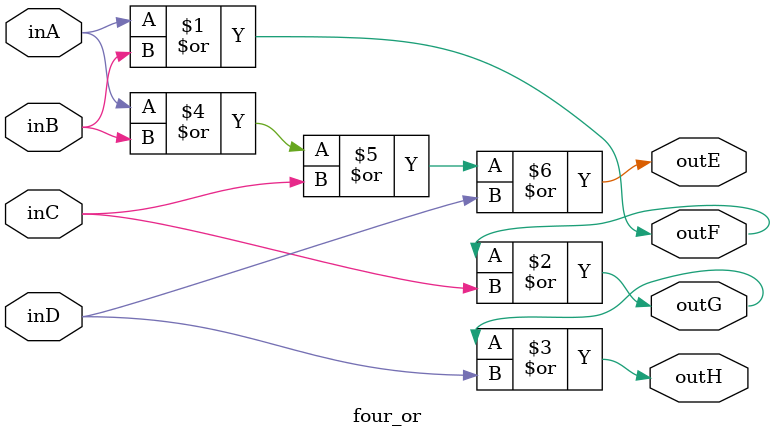
<source format=v>
`timescale 1ns / 1ps

module four_or(inA, inB, inC, inD, outE, outF, outG, outH);

input inA, inB, inC, inD;
output outE, outF, outG, outH;

assign outF = inA | inB;
assign outG = outF | inC;
assign outH = outG | inD;
assign outE = inA | inB | inC | inD;

endmodule
</source>
